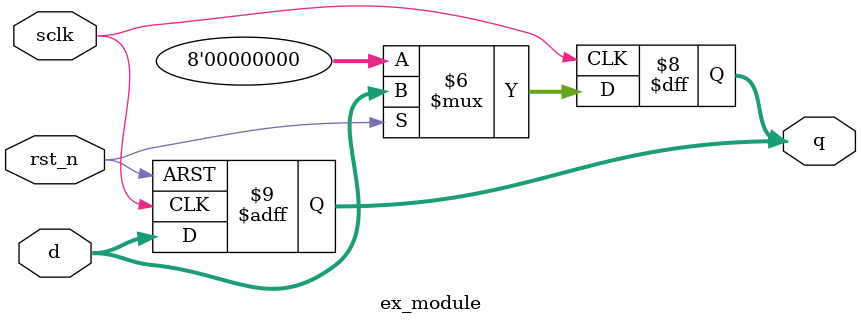
<source format=v>
module ex_module(
    // 模块声明
    input   wire    sclk,        //声明模块的时候 输入一定是 wire变量
    input   wire    rst_n,      //n 表示低信号 复位
    input   wire  [7:0] d,
    output  reg  [7:0] q     //模块 输出可以是wire变量 也可以是reg变量
    //语言规定 reg必须在always块里面赋值
); //声明模块的关键字module      name  (输入 输出)

//实现异步D触发器
always @(posedge sclk or negedge rst_n)  //()内 敏感列表 既可以电平出发 也可以前沿触发
    if(rst_n == 1'b0)   //条件表 这里是组合逻辑 1表示 1byte   b表示二进制 
                        //0表示 0了     1byte的二进制的0    2'b01
                        //十进制 d  十六进制h   
        q<=8'h00;       //沿出发的逻辑里面一定都是用<=非阻塞赋值
    else
        q<=d;
//同步D触发器
always @(posedge sclk)
    if(rst_n == 1'b0)
        q<=8'h00;
    else
        q<=d;

endmodule










</source>
